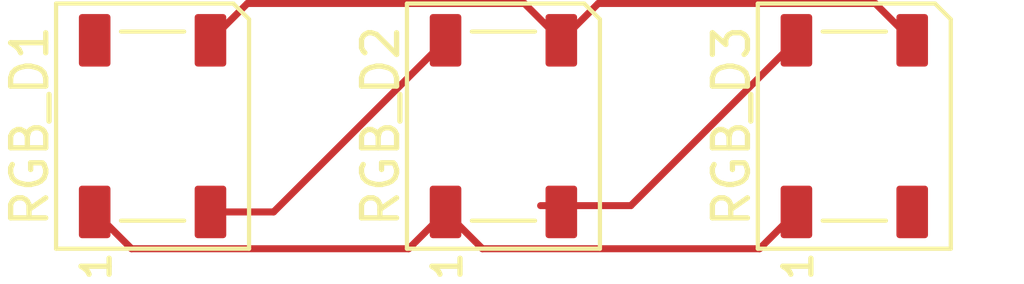
<source format=kicad_pcb>
(kicad_pcb (version 20241229) (generator "pcbnew") (generator_version "9.0")
  (layers (0 "F.Cu" signal) (2 "B.Cu" signal) (13 "F.Paste" user) (15 "B.Paste" user) (5 "F.SilkS" user "F.Silkscreen") (7 "B.SilkS" user "B.Silkscreen") (1 "F.Mask" user) (3 "B.Mask" user) (25 "Edge.Cuts" user))
  (net 0 "")
  (net 1 "GND")
  (net 2 "DIN")
  (net 3 "VIN")
  (net 4 "Net-(RGB_D1-DOUT)")
  (net 5 "Net-(RGB_D2-DOUT)")
  (footprint "ErgoCai.pretty:LED_WS2812B_PLCC4_5.0x5.0mm_P3.2mm" (layer "F.Cu") (at 10 0 90)
    (property "Reference" "RGB_D3" (at 0 -3.5 90) (layer "F.SilkS"))
    (property "Value" "WS2812B")
    (fp_line (start -3.5 -2.75) (end 3.5 -2.75) (stroke (width 0.12)) (layer "F.SilkS"))
    (fp_line (start -3.5 -2.75) (end -3.5 2.75) (stroke (width 0.12)) (layer "F.SilkS"))
    (fp_line (start 2.7 0.9) (end 2.7 -0.9) (stroke (width 0.12)) (layer "F.SilkS"))
    (fp_line (start -2.7 0.9) (end -2.7 -0.9) (stroke (width 0.12)) (layer "F.SilkS"))
    (fp_line (start 3.5 2.3) (end 3.5 -2.75) (stroke (width 0.12)) (layer "F.SilkS"))
    (fp_line (start 3.05 2.75) (end 3.5 2.3) (stroke (width 0.12)) (layer "F.SilkS"))
    (fp_line (start -3.5 2.75) (end 3.05 2.75) (stroke (width 0.12)) (layer "F.SilkS"))
    (fp_text user "1" (at -4 -1.6 90) (layer "F.SilkS") (effects (font (size 0.8 0.8))))
    (pad "1" smd roundrect (at -2.45 -1.65 90) (size 1.5 0.9) (layers "F.Cu" "F.Mask" "F.Paste") (roundrect_rratio 0.1) (net 3 "VIN"))
    (pad "2" smd roundrect (at -2.45 1.65 90) (size 1.5 0.9) (layers "F.Cu" "F.Mask" "F.Paste") (roundrect_rratio 0.1))
    (pad "3" smd roundrect (at 2.45 1.65 90) (size 1.5 0.9) (layers "F.Cu" "F.Mask" "F.Paste") (roundrect_rratio 0.1) (net 1 "GND"))
    (pad "4" smd roundrect (at 2.45 -1.65 90) (size 1.5 0.9) (layers "F.Cu" "F.Mask" "F.Paste") (roundrect_rratio 0.1) (net 5 "Net-(RGB_D2-DOUT)"))
  )
  (footprint "ErgoCai.pretty:LED_WS2812B_PLCC4_5.0x5.0mm_P3.2mm" (layer "F.Cu") (at 0 0 90)
    (property "Reference" "RGB_D2" (at 0 -3.5 90) (layer "F.SilkS"))
    (property "Value" "WS2812B")
    (fp_line (start -3.5 -2.75) (end 3.5 -2.75) (stroke (width 0.12)) (layer "F.SilkS"))
    (fp_line (start -3.5 -2.75) (end -3.5 2.75) (stroke (width 0.12)) (layer "F.SilkS"))
    (fp_line (start 2.7 0.9) (end 2.7 -0.9) (stroke (width 0.12)) (layer "F.SilkS"))
    (fp_line (start -2.7 0.9) (end -2.7 -0.9) (stroke (width 0.12)) (layer "F.SilkS"))
    (fp_line (start 3.5 2.3) (end 3.5 -2.75) (stroke (width 0.12)) (layer "F.SilkS"))
    (fp_line (start 3.05 2.75) (end 3.5 2.3) (stroke (width 0.12)) (layer "F.SilkS"))
    (fp_line (start -3.5 2.75) (end 3.05 2.75) (stroke (width 0.12)) (layer "F.SilkS"))
    (fp_text user "1" (at -4 -1.6 90) (layer "F.SilkS") (effects (font (size 0.8 0.8))))
    (pad "1" smd roundrect (at -2.45 -1.65 90) (size 1.5 0.9) (layers "F.Cu" "F.Mask" "F.Paste") (roundrect_rratio 0.1) (net 3 "VIN"))
    (pad "2" smd roundrect (at -2.45 1.65 90) (size 1.5 0.9) (layers "F.Cu" "F.Mask" "F.Paste") (roundrect_rratio 0.1) (net 5 "Net-(RGB_D2-DOUT)"))
    (pad "3" smd roundrect (at 2.45 1.65 90) (size 1.5 0.9) (layers "F.Cu" "F.Mask" "F.Paste") (roundrect_rratio 0.1) (net 1 "GND"))
    (pad "4" smd roundrect (at 2.45 -1.65 90) (size 1.5 0.9) (layers "F.Cu" "F.Mask" "F.Paste") (roundrect_rratio 0.1) (net 4 "Net-(RGB_D1-DOUT)"))
  )
  (footprint "ErgoCai.pretty:LED_WS2812B_PLCC4_5.0x5.0mm_P3.2mm" (layer "F.Cu") (at -10 0 90)
    (property "Reference" "RGB_D1" (at 0 -3.5 90) (layer "F.SilkS"))
    (property "Value" "WS2812B")
    (fp_line (start -3.5 -2.75) (end 3.5 -2.75) (stroke (width 0.12)) (layer "F.SilkS"))
    (fp_line (start -3.5 -2.75) (end -3.5 2.75) (stroke (width 0.12)) (layer "F.SilkS"))
    (fp_line (start 2.7 0.9) (end 2.7 -0.9) (stroke (width 0.12)) (layer "F.SilkS"))
    (fp_line (start -2.7 0.9) (end -2.7 -0.9) (stroke (width 0.12)) (layer "F.SilkS"))
    (fp_line (start 3.5 2.3) (end 3.5 -2.75) (stroke (width 0.12)) (layer "F.SilkS"))
    (fp_line (start 3.05 2.75) (end 3.5 2.3) (stroke (width 0.12)) (layer "F.SilkS"))
    (fp_line (start -3.5 2.75) (end 3.05 2.75) (stroke (width 0.12)) (layer "F.SilkS"))
    (fp_text user "1" (at -4 -1.6 90) (layer "F.SilkS") (effects (font (size 0.8 0.8))))
    (pad "1" smd roundrect (at -2.45 -1.65 90) (size 1.5 0.9) (layers "F.Cu" "F.Mask" "F.Paste") (roundrect_rratio 0.1) (net 3 "VIN"))
    (pad "2" smd roundrect (at -2.45 1.65 90) (size 1.5 0.9) (layers "F.Cu" "F.Mask" "F.Paste") (roundrect_rratio 0.1) (net 4 "Net-(RGB_D1-DOUT)"))
    (pad "3" smd roundrect (at 2.45 1.65 90) (size 1.5 0.9) (layers "F.Cu" "F.Mask" "F.Paste") (roundrect_rratio 0.1) (net 1 "GND"))
    (pad "4" smd roundrect (at 2.45 -1.65 90) (size 1.5 0.9) (layers "F.Cu" "F.Mask" "F.Paste") (roundrect_rratio 0.1) (net 2 "DIN"))
  )
  (segment (start 2.701 -3.501) (end 1.65 -2.45) (width 0.2) (layer "F.Cu") (net 1))
  (segment (start 10.599 -3.501) (end 2.701 -3.501) (width 0.2) (layer "F.Cu") (net 1))
  (segment (start 11.65 -2.45) (end 10.599 -3.501) (width 0.2) (layer "F.Cu") (net 1))
  (segment (start -7.299 -3.501) (end 0.599 -3.501) (width 0.2) (layer "F.Cu") (net 1))
  (segment (start 0.599 -3.501) (end 1.65 -2.45) (width 0.2) (layer "F.Cu") (net 1))
  (segment (start -8.35 -2.45) (end -7.299 -3.501) (width 0.2) (layer "F.Cu") (net 1))
  (segment (start -11.65 2.45) (end -10.599 3.501) (width 0.2) (layer "F.Cu") (net 3))
  (segment (start -2.701 3.501) (end -1.65 2.45) (width 0.2) (layer "F.Cu") (net 3))
  (segment (start 7.299 3.501) (end 8.35 2.45) (width 0.2) (layer "F.Cu") (net 3))
  (segment (start -10.599 3.501) (end -2.701 3.501) (width 0.2) (layer "F.Cu") (net 3))
  (segment (start -0.599 3.501) (end 7.299 3.501) (width 0.2) (layer "F.Cu") (net 3))
  (segment (start -1.65 2.45) (end -0.599 3.501) (width 0.2) (layer "F.Cu") (net 3))
  (segment (start -6.55 2.45) (end -8.35 2.45) (width 0.2) (layer "F.Cu") (net 4))
  (segment (start -1.65 -2.45) (end -6.55 2.45) (width 0.2) (layer "F.Cu") (net 4))
  (segment (start 3.63 2.27) (end 1.06 2.27) (width 0.2) (layer "F.Cu") (net 5))
  (segment (start 8.35 -2.45) (end 3.63 2.27) (width 0.2) (layer "F.Cu") (net 5))
)
</source>
